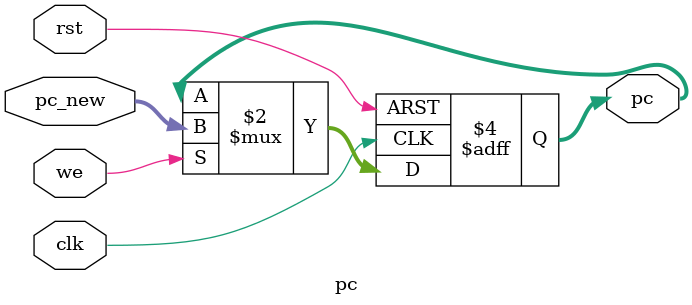
<source format=v>
`default_nettype none
`timescale 1ns/1ps

module pc
(
	input wire we, clk, rst,
	input wire [31:0] pc_new,
	output reg [31:0] pc
);

always @ (posedge clk or posedge rst) begin
	if (rst) begin
		pc <= 0;
	end
	else if (we) begin
		pc <= pc_new;
	end
end

endmodule

</source>
